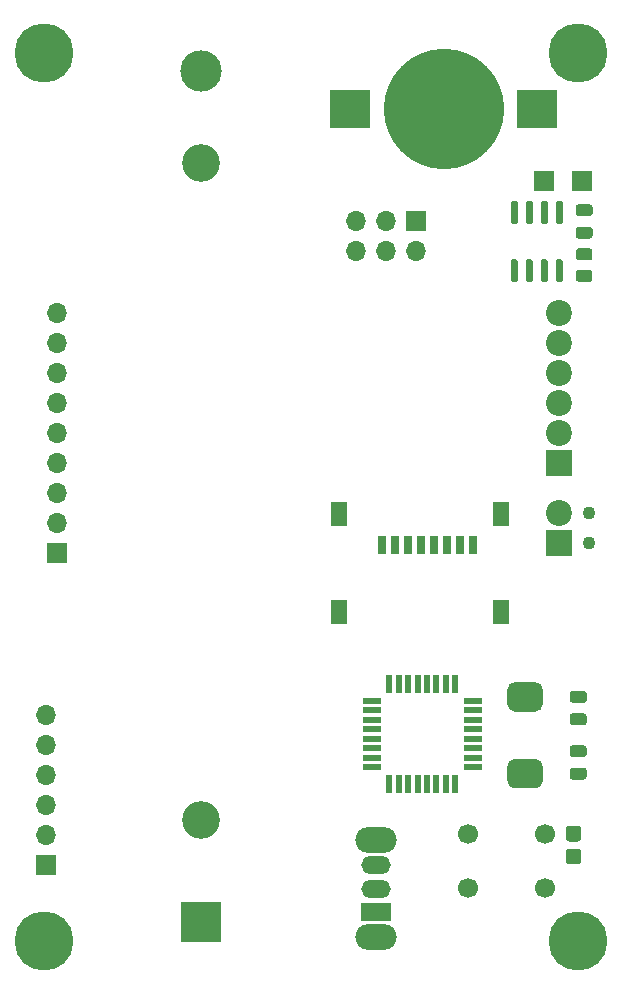
<source format=gts>
G04 #@! TF.GenerationSoftware,KiCad,Pcbnew,(5.1.9-0-10_14)*
G04 #@! TF.CreationDate,2022-03-15T11:33:21-06:00*
G04 #@! TF.ProjectId,Full_Res_Board,46756c6c-5f52-4657-935f-426f6172642e,rev?*
G04 #@! TF.SameCoordinates,Original*
G04 #@! TF.FileFunction,Soldermask,Top*
G04 #@! TF.FilePolarity,Negative*
%FSLAX46Y46*%
G04 Gerber Fmt 4.6, Leading zero omitted, Abs format (unit mm)*
G04 Created by KiCad (PCBNEW (5.1.9-0-10_14)) date 2022-03-15 11:33:21*
%MOMM*%
%LPD*%
G01*
G04 APERTURE LIST*
%ADD10C,2.200000*%
%ADD11R,2.200000X2.200000*%
%ADD12C,0.800000*%
%ADD13C,5.000000*%
%ADD14C,3.200000*%
%ADD15R,3.500000X3.500000*%
%ADD16C,3.500000*%
%ADD17O,1.700000X1.700000*%
%ADD18R,1.700000X1.700000*%
%ADD19R,1.750000X1.800000*%
%ADD20R,0.550000X1.600000*%
%ADD21R,1.600000X0.550000*%
%ADD22O,3.500000X2.200000*%
%ADD23O,2.500000X1.500000*%
%ADD24R,2.500000X1.500000*%
%ADD25C,1.700000*%
%ADD26R,0.800000X1.500000*%
%ADD27R,1.450000X2.000000*%
%ADD28C,1.100000*%
%ADD29C,10.200000*%
%ADD30R,3.500000X3.300000*%
G04 APERTURE END LIST*
D10*
X164300000Y-75740000D03*
X164300000Y-78280000D03*
X164300000Y-80820000D03*
X164300000Y-83360000D03*
X164300000Y-85900000D03*
D11*
X164300000Y-88440000D03*
D12*
X122025825Y-127574175D03*
X120700000Y-127025000D03*
X119374175Y-127574175D03*
X118825000Y-128900000D03*
X119374175Y-130225825D03*
X120700000Y-130775000D03*
X122025825Y-130225825D03*
X122575000Y-128900000D03*
D13*
X120700000Y-128900000D03*
D12*
X122025825Y-52374175D03*
X120700000Y-51825000D03*
X119374175Y-52374175D03*
X118825000Y-53700000D03*
X119374175Y-55025825D03*
X120700000Y-55575000D03*
X122025825Y-55025825D03*
X122575000Y-53700000D03*
D13*
X120700000Y-53700000D03*
D12*
X167225825Y-52374175D03*
X165900000Y-51825000D03*
X164574175Y-52374175D03*
X164025000Y-53700000D03*
X164574175Y-55025825D03*
X165900000Y-55575000D03*
X167225825Y-55025825D03*
X167775000Y-53700000D03*
D13*
X165900000Y-53700000D03*
D12*
X167225825Y-127574175D03*
X165900000Y-127025000D03*
X164574175Y-127574175D03*
X164025000Y-128900000D03*
X164574175Y-130225825D03*
X165900000Y-130775000D03*
X167225825Y-130225825D03*
X167775000Y-128900000D03*
D13*
X165900000Y-128900000D03*
D14*
X134000000Y-63045000D03*
X134000000Y-118655000D03*
D15*
X134000000Y-127300000D03*
D16*
X134000000Y-55300000D03*
D17*
X121800000Y-75740000D03*
X121800000Y-78280000D03*
X121800000Y-80820000D03*
X121800000Y-83360000D03*
X121800000Y-85900000D03*
X121800000Y-88440000D03*
X121800000Y-90980000D03*
X121800000Y-93520000D03*
D18*
X121800000Y-96060000D03*
D17*
X120800000Y-109800000D03*
X120800000Y-112340000D03*
X120800000Y-114880000D03*
X120800000Y-117420000D03*
X120800000Y-119960000D03*
D18*
X120800000Y-122500000D03*
D19*
X166225000Y-64600000D03*
X162975000Y-64600000D03*
G36*
G01*
X162275000Y-109500000D02*
X160525000Y-109500000D01*
G75*
G02*
X159900000Y-108875000I0J625000D01*
G01*
X159900000Y-107625000D01*
G75*
G02*
X160525000Y-107000000I625000J0D01*
G01*
X162275000Y-107000000D01*
G75*
G02*
X162900000Y-107625000I0J-625000D01*
G01*
X162900000Y-108875000D01*
G75*
G02*
X162275000Y-109500000I-625000J0D01*
G01*
G37*
G36*
G01*
X162275000Y-116000000D02*
X160525000Y-116000000D01*
G75*
G02*
X159900000Y-115375000I0J625000D01*
G01*
X159900000Y-114125000D01*
G75*
G02*
X160525000Y-113500000I625000J0D01*
G01*
X162275000Y-113500000D01*
G75*
G02*
X162900000Y-114125000I0J-625000D01*
G01*
X162900000Y-115375000D01*
G75*
G02*
X162275000Y-116000000I-625000J0D01*
G01*
G37*
G36*
G01*
X164155000Y-71200000D02*
X164455000Y-71200000D01*
G75*
G02*
X164605000Y-71350000I0J-150000D01*
G01*
X164605000Y-73000000D01*
G75*
G02*
X164455000Y-73150000I-150000J0D01*
G01*
X164155000Y-73150000D01*
G75*
G02*
X164005000Y-73000000I0J150000D01*
G01*
X164005000Y-71350000D01*
G75*
G02*
X164155000Y-71200000I150000J0D01*
G01*
G37*
G36*
G01*
X162885000Y-71200000D02*
X163185000Y-71200000D01*
G75*
G02*
X163335000Y-71350000I0J-150000D01*
G01*
X163335000Y-73000000D01*
G75*
G02*
X163185000Y-73150000I-150000J0D01*
G01*
X162885000Y-73150000D01*
G75*
G02*
X162735000Y-73000000I0J150000D01*
G01*
X162735000Y-71350000D01*
G75*
G02*
X162885000Y-71200000I150000J0D01*
G01*
G37*
G36*
G01*
X161615000Y-71200000D02*
X161915000Y-71200000D01*
G75*
G02*
X162065000Y-71350000I0J-150000D01*
G01*
X162065000Y-73000000D01*
G75*
G02*
X161915000Y-73150000I-150000J0D01*
G01*
X161615000Y-73150000D01*
G75*
G02*
X161465000Y-73000000I0J150000D01*
G01*
X161465000Y-71350000D01*
G75*
G02*
X161615000Y-71200000I150000J0D01*
G01*
G37*
G36*
G01*
X160345000Y-71200000D02*
X160645000Y-71200000D01*
G75*
G02*
X160795000Y-71350000I0J-150000D01*
G01*
X160795000Y-73000000D01*
G75*
G02*
X160645000Y-73150000I-150000J0D01*
G01*
X160345000Y-73150000D01*
G75*
G02*
X160195000Y-73000000I0J150000D01*
G01*
X160195000Y-71350000D01*
G75*
G02*
X160345000Y-71200000I150000J0D01*
G01*
G37*
G36*
G01*
X160345000Y-66250000D02*
X160645000Y-66250000D01*
G75*
G02*
X160795000Y-66400000I0J-150000D01*
G01*
X160795000Y-68050000D01*
G75*
G02*
X160645000Y-68200000I-150000J0D01*
G01*
X160345000Y-68200000D01*
G75*
G02*
X160195000Y-68050000I0J150000D01*
G01*
X160195000Y-66400000D01*
G75*
G02*
X160345000Y-66250000I150000J0D01*
G01*
G37*
G36*
G01*
X161615000Y-66250000D02*
X161915000Y-66250000D01*
G75*
G02*
X162065000Y-66400000I0J-150000D01*
G01*
X162065000Y-68050000D01*
G75*
G02*
X161915000Y-68200000I-150000J0D01*
G01*
X161615000Y-68200000D01*
G75*
G02*
X161465000Y-68050000I0J150000D01*
G01*
X161465000Y-66400000D01*
G75*
G02*
X161615000Y-66250000I150000J0D01*
G01*
G37*
G36*
G01*
X162885000Y-66250000D02*
X163185000Y-66250000D01*
G75*
G02*
X163335000Y-66400000I0J-150000D01*
G01*
X163335000Y-68050000D01*
G75*
G02*
X163185000Y-68200000I-150000J0D01*
G01*
X162885000Y-68200000D01*
G75*
G02*
X162735000Y-68050000I0J150000D01*
G01*
X162735000Y-66400000D01*
G75*
G02*
X162885000Y-66250000I150000J0D01*
G01*
G37*
G36*
G01*
X164155000Y-66250000D02*
X164455000Y-66250000D01*
G75*
G02*
X164605000Y-66400000I0J-150000D01*
G01*
X164605000Y-68050000D01*
G75*
G02*
X164455000Y-68200000I-150000J0D01*
G01*
X164155000Y-68200000D01*
G75*
G02*
X164005000Y-68050000I0J150000D01*
G01*
X164005000Y-66400000D01*
G75*
G02*
X164155000Y-66250000I150000J0D01*
G01*
G37*
D20*
X155500000Y-115650000D03*
X154700000Y-115650000D03*
X153900000Y-115650000D03*
X153100000Y-115650000D03*
X152300000Y-115650000D03*
X151500000Y-115650000D03*
X150700000Y-115650000D03*
X149900000Y-115650000D03*
D21*
X148450000Y-114200000D03*
X148450000Y-113400000D03*
X148450000Y-112600000D03*
X148450000Y-111800000D03*
X148450000Y-111000000D03*
X148450000Y-110200000D03*
X148450000Y-109400000D03*
X148450000Y-108600000D03*
D20*
X149900000Y-107150000D03*
X150700000Y-107150000D03*
X151500000Y-107150000D03*
X152300000Y-107150000D03*
X153100000Y-107150000D03*
X153900000Y-107150000D03*
X154700000Y-107150000D03*
X155500000Y-107150000D03*
D21*
X156950000Y-108600000D03*
X156950000Y-109400000D03*
X156950000Y-110200000D03*
X156950000Y-111000000D03*
X156950000Y-111800000D03*
X156950000Y-112600000D03*
X156950000Y-113400000D03*
X156950000Y-114200000D03*
D22*
X148800000Y-120400000D03*
X148800000Y-128600000D03*
D23*
X148800000Y-122500000D03*
X148800000Y-124500000D03*
D24*
X148800000Y-126500000D03*
D25*
X163100000Y-124400000D03*
X156600000Y-124400000D03*
X163100000Y-119900000D03*
X156600000Y-119900000D03*
G36*
G01*
X165100000Y-121100000D02*
X165900000Y-121100000D01*
G75*
G02*
X166150000Y-121350000I0J-250000D01*
G01*
X166150000Y-122175000D01*
G75*
G02*
X165900000Y-122425000I-250000J0D01*
G01*
X165100000Y-122425000D01*
G75*
G02*
X164850000Y-122175000I0J250000D01*
G01*
X164850000Y-121350000D01*
G75*
G02*
X165100000Y-121100000I250000J0D01*
G01*
G37*
G36*
G01*
X165100000Y-119175000D02*
X165900000Y-119175000D01*
G75*
G02*
X166150000Y-119425000I0J-250000D01*
G01*
X166150000Y-120250000D01*
G75*
G02*
X165900000Y-120500000I-250000J0D01*
G01*
X165100000Y-120500000D01*
G75*
G02*
X164850000Y-120250000I0J250000D01*
G01*
X164850000Y-119425000D01*
G75*
G02*
X165100000Y-119175000I250000J0D01*
G01*
G37*
G36*
G01*
X166850001Y-71300000D02*
X165949999Y-71300000D01*
G75*
G02*
X165700000Y-71050001I0J249999D01*
G01*
X165700000Y-70524999D01*
G75*
G02*
X165949999Y-70275000I249999J0D01*
G01*
X166850001Y-70275000D01*
G75*
G02*
X167100000Y-70524999I0J-249999D01*
G01*
X167100000Y-71050001D01*
G75*
G02*
X166850001Y-71300000I-249999J0D01*
G01*
G37*
G36*
G01*
X166850001Y-73125000D02*
X165949999Y-73125000D01*
G75*
G02*
X165700000Y-72875001I0J249999D01*
G01*
X165700000Y-72349999D01*
G75*
G02*
X165949999Y-72100000I249999J0D01*
G01*
X166850001Y-72100000D01*
G75*
G02*
X167100000Y-72349999I0J-249999D01*
G01*
X167100000Y-72875001D01*
G75*
G02*
X166850001Y-73125000I-249999J0D01*
G01*
G37*
D17*
X147120000Y-70540000D03*
X147120000Y-68000000D03*
X149660000Y-70540000D03*
X149660000Y-68000000D03*
X152200000Y-70540000D03*
D18*
X152200000Y-68000000D03*
D26*
X149300000Y-95350000D03*
X150400000Y-95350000D03*
X151500000Y-95350000D03*
X152600000Y-95350000D03*
X153700000Y-95350000D03*
X154800000Y-95350000D03*
X155900000Y-95350000D03*
X157000000Y-95350000D03*
D27*
X159375000Y-101050000D03*
X145625000Y-101050000D03*
X145625000Y-92750000D03*
X159375000Y-92750000D03*
D28*
X166840000Y-92660000D03*
D10*
X164300000Y-92660000D03*
D28*
X166840000Y-95200000D03*
D11*
X164300000Y-95200000D03*
G36*
G01*
X166875000Y-67550000D02*
X165925000Y-67550000D01*
G75*
G02*
X165675000Y-67300000I0J250000D01*
G01*
X165675000Y-66800000D01*
G75*
G02*
X165925000Y-66550000I250000J0D01*
G01*
X166875000Y-66550000D01*
G75*
G02*
X167125000Y-66800000I0J-250000D01*
G01*
X167125000Y-67300000D01*
G75*
G02*
X166875000Y-67550000I-250000J0D01*
G01*
G37*
G36*
G01*
X166875000Y-69450000D02*
X165925000Y-69450000D01*
G75*
G02*
X165675000Y-69200000I0J250000D01*
G01*
X165675000Y-68700000D01*
G75*
G02*
X165925000Y-68450000I250000J0D01*
G01*
X166875000Y-68450000D01*
G75*
G02*
X167125000Y-68700000I0J-250000D01*
G01*
X167125000Y-69200000D01*
G75*
G02*
X166875000Y-69450000I-250000J0D01*
G01*
G37*
G36*
G01*
X165425000Y-109650000D02*
X166375000Y-109650000D01*
G75*
G02*
X166625000Y-109900000I0J-250000D01*
G01*
X166625000Y-110400000D01*
G75*
G02*
X166375000Y-110650000I-250000J0D01*
G01*
X165425000Y-110650000D01*
G75*
G02*
X165175000Y-110400000I0J250000D01*
G01*
X165175000Y-109900000D01*
G75*
G02*
X165425000Y-109650000I250000J0D01*
G01*
G37*
G36*
G01*
X165425000Y-107750000D02*
X166375000Y-107750000D01*
G75*
G02*
X166625000Y-108000000I0J-250000D01*
G01*
X166625000Y-108500000D01*
G75*
G02*
X166375000Y-108750000I-250000J0D01*
G01*
X165425000Y-108750000D01*
G75*
G02*
X165175000Y-108500000I0J250000D01*
G01*
X165175000Y-108000000D01*
G75*
G02*
X165425000Y-107750000I250000J0D01*
G01*
G37*
G36*
G01*
X166375000Y-113350000D02*
X165425000Y-113350000D01*
G75*
G02*
X165175000Y-113100000I0J250000D01*
G01*
X165175000Y-112600000D01*
G75*
G02*
X165425000Y-112350000I250000J0D01*
G01*
X166375000Y-112350000D01*
G75*
G02*
X166625000Y-112600000I0J-250000D01*
G01*
X166625000Y-113100000D01*
G75*
G02*
X166375000Y-113350000I-250000J0D01*
G01*
G37*
G36*
G01*
X166375000Y-115250000D02*
X165425000Y-115250000D01*
G75*
G02*
X165175000Y-115000000I0J250000D01*
G01*
X165175000Y-114500000D01*
G75*
G02*
X165425000Y-114250000I250000J0D01*
G01*
X166375000Y-114250000D01*
G75*
G02*
X166625000Y-114500000I0J-250000D01*
G01*
X166625000Y-115000000D01*
G75*
G02*
X166375000Y-115250000I-250000J0D01*
G01*
G37*
D29*
X154500000Y-58500000D03*
D30*
X146600000Y-58500000D03*
X162400000Y-58500000D03*
M02*

</source>
